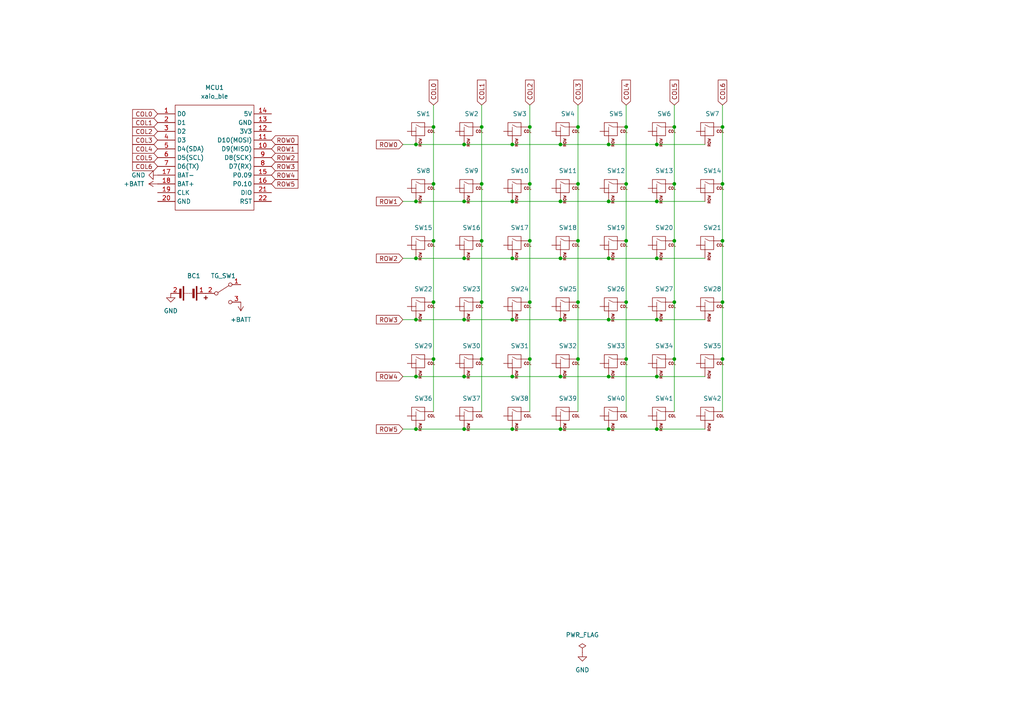
<source format=kicad_sch>
(kicad_sch (version 20211123) (generator eeschema)
  (paper "A4")
  (lib_symbols
    (symbol "Switch_1"
      (property "Reference" "SW" (at 0 3.81 0))
      (symbol "Switch_1_0_0"
        (rectangle (start -2.54 2.54) (end 1.27 -1.27))
        (polyline (pts (xy -1.27 -1.27) (xy -1.27 1.27)) (stroke (width 0.127)))
        (polyline (pts (xy 1.27 1.27) (xy 0 1.27) (xy -1.27 1.905)) (stroke (width 0.127)))
        (text "COL" (at 3.175 0 0) (effects (font (size 0.762 0.762))))
        (text "ROW" (at 0 -1.905 900) (effects (font (size 0.762 0.762)) (justify right)))
      )
      (symbol "Switch_1_1_1"
        (pin passive line (at 3.81 1.27 180) (length 2.54) (name "COL") (number "1"))
        (pin passive line (at -1.27 -3.81 90) (length 2.54) (name "ROW") (number "2"))
        (pin passive line (at -3.81 0 0) (length 2.54) (name "") (number "3"))
      )
    )
    (symbol "Switch_10"
      (property "Reference" "SW" (at 0 3.81 0))
      (symbol "Switch_10_0_0"
        (rectangle (start -2.54 2.54) (end 1.27 -1.27))
        (polyline (pts (xy -1.27 -1.27) (xy -1.27 1.27)) (stroke (width 0.127)))
        (polyline (pts (xy 1.27 1.27) (xy 0 1.27) (xy -1.27 1.905)) (stroke (width 0.127)))
        (text "COL" (at 3.175 0 0) (effects (font (size 0.762 0.762))))
        (text "ROW" (at 0 -1.905 900) (effects (font (size 0.762 0.762)) (justify right)))
      )
      (symbol "Switch_10_1_1"
        (pin passive line (at 3.81 1.27 180) (length 2.54) (name "COL") (number "1"))
        (pin passive line (at -1.27 -3.81 90) (length 2.54) (name "ROW") (number "2"))
        (pin passive line (at -3.81 0 0) (length 2.54) (name "") (number "3"))
      )
    )
    (symbol "Switch_11"
      (property "Reference" "SW" (at 0 3.81 0))
      (symbol "Switch_11_0_0"
        (rectangle (start -2.54 2.54) (end 1.27 -1.27))
        (polyline (pts (xy -1.27 -1.27) (xy -1.27 1.27)) (stroke (width 0.127)))
        (polyline (pts (xy 1.27 1.27) (xy 0 1.27) (xy -1.27 1.905)) (stroke (width 0.127)))
        (text "COL" (at 3.175 0 0) (effects (font (size 0.762 0.762))))
        (text "ROW" (at 0 -1.905 900) (effects (font (size 0.762 0.762)) (justify right)))
      )
      (symbol "Switch_11_1_1"
        (pin passive line (at 3.81 1.27 180) (length 2.54) (name "COL") (number "1"))
        (pin passive line (at -1.27 -3.81 90) (length 2.54) (name "ROW") (number "2"))
        (pin passive line (at -3.81 0 0) (length 2.54) (name "") (number "3"))
      )
    )
    (symbol "Switch_12"
      (property "Reference" "SW" (at 0 3.81 0))
      (symbol "Switch_12_0_0"
        (rectangle (start -2.54 2.54) (end 1.27 -1.27))
        (polyline (pts (xy -1.27 -1.27) (xy -1.27 1.27)) (stroke (width 0.127)))
        (polyline (pts (xy 1.27 1.27) (xy 0 1.27) (xy -1.27 1.905)) (stroke (width 0.127)))
        (text "COL" (at 3.175 0 0) (effects (font (size 0.762 0.762))))
        (text "ROW" (at 0 -1.905 900) (effects (font (size 0.762 0.762)) (justify right)))
      )
      (symbol "Switch_12_1_1"
        (pin passive line (at 3.81 1.27 180) (length 2.54) (name "COL") (number "1"))
        (pin passive line (at -1.27 -3.81 90) (length 2.54) (name "ROW") (number "2"))
        (pin passive line (at -3.81 0 0) (length 2.54) (name "") (number "3"))
      )
    )
    (symbol "Switch_13"
      (property "Reference" "SW" (at 0 3.81 0))
      (symbol "Switch_13_0_0"
        (rectangle (start -2.54 2.54) (end 1.27 -1.27))
        (polyline (pts (xy -1.27 -1.27) (xy -1.27 1.27)) (stroke (width 0.127)))
        (polyline (pts (xy 1.27 1.27) (xy 0 1.27) (xy -1.27 1.905)) (stroke (width 0.127)))
        (text "COL" (at 3.175 0 0) (effects (font (size 0.762 0.762))))
        (text "ROW" (at 0 -1.905 900) (effects (font (size 0.762 0.762)) (justify right)))
      )
      (symbol "Switch_13_1_1"
        (pin passive line (at 3.81 1.27 180) (length 2.54) (name "COL") (number "1"))
        (pin passive line (at -1.27 -3.81 90) (length 2.54) (name "ROW") (number "2"))
        (pin passive line (at -3.81 0 0) (length 2.54) (name "") (number "3"))
      )
    )
    (symbol "Switch_14"
      (property "Reference" "SW" (at 0 3.81 0))
      (symbol "Switch_14_0_0"
        (rectangle (start -2.54 2.54) (end 1.27 -1.27))
        (polyline (pts (xy -1.27 -1.27) (xy -1.27 1.27)) (stroke (width 0.127)))
        (polyline (pts (xy 1.27 1.27) (xy 0 1.27) (xy -1.27 1.905)) (stroke (width 0.127)))
        (text "COL" (at 3.175 0 0) (effects (font (size 0.762 0.762))))
        (text "ROW" (at 0 -1.905 900) (effects (font (size 0.762 0.762)) (justify right)))
      )
      (symbol "Switch_14_1_1"
        (pin passive line (at 3.81 1.27 180) (length 2.54) (name "COL") (number "1"))
        (pin passive line (at -1.27 -3.81 90) (length 2.54) (name "ROW") (number "2"))
        (pin passive line (at -3.81 0 0) (length 2.54) (name "") (number "3"))
      )
    )
    (symbol "Switch_15"
      (property "Reference" "SW" (at 0 3.81 0))
      (symbol "Switch_15_0_0"
        (rectangle (start -2.54 2.54) (end 1.27 -1.27))
        (polyline (pts (xy -1.27 -1.27) (xy -1.27 1.27)) (stroke (width 0.127)))
        (polyline (pts (xy 1.27 1.27) (xy 0 1.27) (xy -1.27 1.905)) (stroke (width 0.127)))
        (text "COL" (at 3.175 0 0) (effects (font (size 0.762 0.762))))
        (text "ROW" (at 0 -1.905 900) (effects (font (size 0.762 0.762)) (justify right)))
      )
      (symbol "Switch_15_1_1"
        (pin passive line (at 3.81 1.27 180) (length 2.54) (name "COL") (number "1"))
        (pin passive line (at -1.27 -3.81 90) (length 2.54) (name "ROW") (number "2"))
        (pin passive line (at -3.81 0 0) (length 2.54) (name "") (number "3"))
      )
    )
    (symbol "Switch_16"
      (property "Reference" "SW" (at 0 3.81 0))
      (symbol "Switch_16_0_0"
        (rectangle (start -2.54 2.54) (end 1.27 -1.27))
        (polyline (pts (xy -1.27 -1.27) (xy -1.27 1.27)) (stroke (width 0.127)))
        (polyline (pts (xy 1.27 1.27) (xy 0 1.27) (xy -1.27 1.905)) (stroke (width 0.127)))
        (text "COL" (at 3.175 0 0) (effects (font (size 0.762 0.762))))
        (text "ROW" (at 0 -1.905 900) (effects (font (size 0.762 0.762)) (justify right)))
      )
      (symbol "Switch_16_1_1"
        (pin passive line (at 3.81 1.27 180) (length 2.54) (name "COL") (number "1"))
        (pin passive line (at -1.27 -3.81 90) (length 2.54) (name "ROW") (number "2"))
        (pin passive line (at -3.81 0 0) (length 2.54) (name "") (number "3"))
      )
    )
    (symbol "Switch_17"
      (property "Reference" "SW" (at 0 3.81 0))
      (symbol "Switch_17_0_0"
        (rectangle (start -2.54 2.54) (end 1.27 -1.27))
        (polyline (pts (xy -1.27 -1.27) (xy -1.27 1.27)) (stroke (width 0.127)))
        (polyline (pts (xy 1.27 1.27) (xy 0 1.27) (xy -1.27 1.905)) (stroke (width 0.127)))
        (text "COL" (at 3.175 0 0) (effects (font (size 0.762 0.762))))
        (text "ROW" (at 0 -1.905 900) (effects (font (size 0.762 0.762)) (justify right)))
      )
      (symbol "Switch_17_1_1"
        (pin passive line (at 3.81 1.27 180) (length 2.54) (name "COL") (number "1"))
        (pin passive line (at -1.27 -3.81 90) (length 2.54) (name "ROW") (number "2"))
        (pin passive line (at -3.81 0 0) (length 2.54) (name "") (number "3"))
      )
    )
    (symbol "Switch_18"
      (property "Reference" "SW" (at 0 3.81 0))
      (symbol "Switch_18_0_0"
        (rectangle (start -2.54 2.54) (end 1.27 -1.27))
        (polyline (pts (xy -1.27 -1.27) (xy -1.27 1.27)) (stroke (width 0.127)))
        (polyline (pts (xy 1.27 1.27) (xy 0 1.27) (xy -1.27 1.905)) (stroke (width 0.127)))
        (text "COL" (at 3.175 0 0) (effects (font (size 0.762 0.762))))
        (text "ROW" (at 0 -1.905 900) (effects (font (size 0.762 0.762)) (justify right)))
      )
      (symbol "Switch_18_1_1"
        (pin passive line (at 3.81 1.27 180) (length 2.54) (name "COL") (number "1"))
        (pin passive line (at -1.27 -3.81 90) (length 2.54) (name "ROW") (number "2"))
        (pin passive line (at -3.81 0 0) (length 2.54) (name "") (number "3"))
      )
    )
    (symbol "Switch_19"
      (property "Reference" "SW" (at 0 3.81 0))
      (symbol "Switch_19_0_0"
        (rectangle (start -2.54 2.54) (end 1.27 -1.27))
        (polyline (pts (xy -1.27 -1.27) (xy -1.27 1.27)) (stroke (width 0.127)))
        (polyline (pts (xy 1.27 1.27) (xy 0 1.27) (xy -1.27 1.905)) (stroke (width 0.127)))
        (text "COL" (at 3.175 0 0) (effects (font (size 0.762 0.762))))
        (text "ROW" (at 0 -1.905 900) (effects (font (size 0.762 0.762)) (justify right)))
      )
      (symbol "Switch_19_1_1"
        (pin passive line (at 3.81 1.27 180) (length 2.54) (name "COL") (number "1"))
        (pin passive line (at -1.27 -3.81 90) (length 2.54) (name "ROW") (number "2"))
        (pin passive line (at -3.81 0 0) (length 2.54) (name "") (number "3"))
      )
    )
    (symbol "Switch_2"
      (property "Reference" "SW" (at 0 3.81 0))
      (symbol "Switch_2_0_0"
        (rectangle (start -2.54 2.54) (end 1.27 -1.27))
        (polyline (pts (xy -1.27 -1.27) (xy -1.27 1.27)) (stroke (width 0.127)))
        (polyline (pts (xy 1.27 1.27) (xy 0 1.27) (xy -1.27 1.905)) (stroke (width 0.127)))
        (text "COL" (at 3.175 0 0) (effects (font (size 0.762 0.762))))
        (text "ROW" (at 0 -1.905 900) (effects (font (size 0.762 0.762)) (justify right)))
      )
      (symbol "Switch_2_1_1"
        (pin passive line (at 3.81 1.27 180) (length 2.54) (name "COL") (number "1"))
        (pin passive line (at -1.27 -3.81 90) (length 2.54) (name "ROW") (number "2"))
        (pin passive line (at -3.81 0 0) (length 2.54) (name "") (number "3"))
      )
    )
    (symbol "Switch_20"
      (property "Reference" "SW" (at 0 3.81 0))
      (symbol "Switch_20_0_0"
        (rectangle (start -2.54 2.54) (end 1.27 -1.27))
        (polyline (pts (xy -1.27 -1.27) (xy -1.27 1.27)) (stroke (width 0.127)))
        (polyline (pts (xy 1.27 1.27) (xy 0 1.27) (xy -1.27 1.905)) (stroke (width 0.127)))
        (text "COL" (at 3.175 0 0) (effects (font (size 0.762 0.762))))
        (text "ROW" (at 0 -1.905 900) (effects (font (size 0.762 0.762)) (justify right)))
      )
      (symbol "Switch_20_1_1"
        (pin passive line (at 3.81 1.27 180) (length 2.54) (name "COL") (number "1"))
        (pin passive line (at -1.27 -3.81 90) (length 2.54) (name "ROW") (number "2"))
        (pin passive line (at -3.81 0 0) (length 2.54) (name "") (number "3"))
      )
    )
    (symbol "Switch_21"
      (property "Reference" "SW" (at 0 3.81 0))
      (symbol "Switch_21_0_0"
        (rectangle (start -2.54 2.54) (end 1.27 -1.27))
        (polyline (pts (xy -1.27 -1.27) (xy -1.27 1.27)) (stroke (width 0.127)))
        (polyline (pts (xy 1.27 1.27) (xy 0 1.27) (xy -1.27 1.905)) (stroke (width 0.127)))
        (text "COL" (at 3.175 0 0) (effects (font (size 0.762 0.762))))
        (text "ROW" (at 0 -1.905 900) (effects (font (size 0.762 0.762)) (justify right)))
      )
      (symbol "Switch_21_1_1"
        (pin passive line (at 3.81 1.27 180) (length 2.54) (name "COL") (number "1"))
        (pin passive line (at -1.27 -3.81 90) (length 2.54) (name "ROW") (number "2"))
        (pin passive line (at -3.81 0 0) (length 2.54) (name "") (number "3"))
      )
    )
    (symbol "Switch_22"
      (property "Reference" "SW" (at 0 3.81 0))
      (symbol "Switch_22_0_0"
        (rectangle (start -2.54 2.54) (end 1.27 -1.27))
        (polyline (pts (xy -1.27 -1.27) (xy -1.27 1.27)) (stroke (width 0.127)))
        (polyline (pts (xy 1.27 1.27) (xy 0 1.27) (xy -1.27 1.905)) (stroke (width 0.127)))
        (text "COL" (at 3.175 0 0) (effects (font (size 0.762 0.762))))
        (text "ROW" (at 0 -1.905 900) (effects (font (size 0.762 0.762)) (justify right)))
      )
      (symbol "Switch_22_1_1"
        (pin passive line (at 3.81 1.27 180) (length 2.54) (name "COL") (number "1"))
        (pin passive line (at -1.27 -3.81 90) (length 2.54) (name "ROW") (number "2"))
        (pin passive line (at -3.81 0 0) (length 2.54) (name "") (number "3"))
      )
    )
    (symbol "Switch_23"
      (property "Reference" "SW" (at 0 3.81 0))
      (symbol "Switch_23_0_0"
        (rectangle (start -2.54 2.54) (end 1.27 -1.27))
        (polyline (pts (xy -1.27 -1.27) (xy -1.27 1.27)) (stroke (width 0.127)))
        (polyline (pts (xy 1.27 1.27) (xy 0 1.27) (xy -1.27 1.905)) (stroke (width 0.127)))
        (text "COL" (at 3.175 0 0) (effects (font (size 0.762 0.762))))
        (text "ROW" (at 0 -1.905 900) (effects (font (size 0.762 0.762)) (justify right)))
      )
      (symbol "Switch_23_1_1"
        (pin passive line (at 3.81 1.27 180) (length 2.54) (name "COL") (number "1"))
        (pin passive line (at -1.27 -3.81 90) (length 2.54) (name "ROW") (number "2"))
        (pin passive line (at -3.81 0 0) (length 2.54) (name "") (number "3"))
      )
    )
    (symbol "Switch_24"
      (property "Reference" "SW" (at 0 3.81 0))
      (symbol "Switch_24_0_0"
        (rectangle (start -2.54 2.54) (end 1.27 -1.27))
        (polyline (pts (xy -1.27 -1.27) (xy -1.27 1.27)) (stroke (width 0.127)))
        (polyline (pts (xy 1.27 1.27) (xy 0 1.27) (xy -1.27 1.905)) (stroke (width 0.127)))
        (text "COL" (at 3.175 0 0) (effects (font (size 0.762 0.762))))
        (text "ROW" (at 0 -1.905 900) (effects (font (size 0.762 0.762)) (justify right)))
      )
      (symbol "Switch_24_1_1"
        (pin passive line (at 3.81 1.27 180) (length 2.54) (name "COL") (number "1"))
        (pin passive line (at -1.27 -3.81 90) (length 2.54) (name "ROW") (number "2"))
        (pin passive line (at -3.81 0 0) (length 2.54) (name "") (number "3"))
      )
    )
    (symbol "Switch_26"
      (property "Reference" "SW" (at 0 3.81 0))
      (symbol "Switch_26_0_0"
        (rectangle (start -2.54 2.54) (end 1.27 -1.27))
        (polyline (pts (xy -1.27 -1.27) (xy -1.27 1.27)) (stroke (width 0.127)))
        (polyline (pts (xy 1.27 1.27) (xy 0 1.27) (xy -1.27 1.905)) (stroke (width 0.127)))
        (text "COL" (at 3.175 0 0) (effects (font (size 0.762 0.762))))
        (text "ROW" (at 0 -1.905 900) (effects (font (size 0.762 0.762)) (justify right)))
      )
      (symbol "Switch_26_1_1"
        (pin passive line (at 3.81 1.27 180) (length 2.54) (name "COL") (number "1"))
        (pin passive line (at -1.27 -3.81 90) (length 2.54) (name "ROW") (number "2"))
        (pin passive line (at -3.81 0 0) (length 2.54) (name "") (number "3"))
      )
    )
    (symbol "Switch_27"
      (property "Reference" "SW" (at 0 3.81 0))
      (symbol "Switch_27_0_0"
        (rectangle (start -2.54 2.54) (end 1.27 -1.27))
        (polyline (pts (xy -1.27 -1.27) (xy -1.27 1.27)) (stroke (width 0.127)))
        (polyline (pts (xy 1.27 1.27) (xy 0 1.27) (xy -1.27 1.905)) (stroke (width 0.127)))
        (text "COL" (at 3.175 0 0) (effects (font (size 0.762 0.762))))
        (text "ROW" (at 0 -1.905 900) (effects (font (size 0.762 0.762)) (justify right)))
      )
      (symbol "Switch_27_1_1"
        (pin passive line (at 3.81 1.27 180) (length 2.54) (name "COL") (number "1"))
        (pin passive line (at -1.27 -3.81 90) (length 2.54) (name "ROW") (number "2"))
        (pin passive line (at -3.81 0 0) (length 2.54) (name "") (number "3"))
      )
    )
    (symbol "Switch_28"
      (property "Reference" "SW" (at 0 3.81 0))
      (symbol "Switch_28_0_0"
        (rectangle (start -2.54 2.54) (end 1.27 -1.27))
        (polyline (pts (xy -1.27 -1.27) (xy -1.27 1.27)) (stroke (width 0.127)))
        (polyline (pts (xy 1.27 1.27) (xy 0 1.27) (xy -1.27 1.905)) (stroke (width 0.127)))
        (text "COL" (at 3.175 0 0) (effects (font (size 0.762 0.762))))
        (text "ROW" (at 0 -1.905 900) (effects (font (size 0.762 0.762)) (justify right)))
      )
      (symbol "Switch_28_1_1"
        (pin passive line (at 3.81 1.27 180) (length 2.54) (name "COL") (number "1"))
        (pin passive line (at -1.27 -3.81 90) (length 2.54) (name "ROW") (number "2"))
        (pin passive line (at -3.81 0 0) (length 2.54) (name "") (number "3"))
      )
    )
    (symbol "Switch_3"
      (property "Reference" "SW" (at 0 3.81 0))
      (symbol "Switch_3_0_0"
        (rectangle (start -2.54 2.54) (end 1.27 -1.27))
        (polyline (pts (xy -1.27 -1.27) (xy -1.27 1.27)) (stroke (width 0.127)))
        (polyline (pts (xy 1.27 1.27) (xy 0 1.27) (xy -1.27 1.905)) (stroke (width 0.127)))
        (text "COL" (at 3.175 0 0) (effects (font (size 0.762 0.762))))
        (text "ROW" (at 0 -1.905 900) (effects (font (size 0.762 0.762)) (justify right)))
      )
      (symbol "Switch_3_1_1"
        (pin passive line (at 3.81 1.27 180) (length 2.54) (name "COL") (number "1"))
        (pin passive line (at -1.27 -3.81 90) (length 2.54) (name "ROW") (number "2"))
        (pin passive line (at -3.81 0 0) (length 2.54) (name "") (number "3"))
      )
    )
    (symbol "Switch_6"
      (property "Reference" "SW" (at 0 3.81 0))
      (symbol "Switch_6_0_0"
        (rectangle (start -2.54 2.54) (end 1.27 -1.27))
        (polyline (pts (xy -1.27 -1.27) (xy -1.27 1.27)) (stroke (width 0.127)))
        (polyline (pts (xy 1.27 1.27) (xy 0 1.27) (xy -1.27 1.905)) (stroke (width 0.127)))
        (text "COL" (at 3.175 0 0) (effects (font (size 0.762 0.762))))
        (text "ROW" (at 0 -1.905 900) (effects (font (size 0.762 0.762)) (justify right)))
      )
      (symbol "Switch_6_1_1"
        (pin passive line (at 3.81 1.27 180) (length 2.54) (name "COL") (number "1"))
        (pin passive line (at -1.27 -3.81 90) (length 2.54) (name "ROW") (number "2"))
        (pin passive line (at -3.81 0 0) (length 2.54) (name "") (number "3"))
      )
    )
    (symbol "Switch_7"
      (property "Reference" "SW" (at 0 3.81 0))
      (symbol "Switch_7_0_0"
        (rectangle (start -2.54 2.54) (end 1.27 -1.27))
        (polyline (pts (xy -1.27 -1.27) (xy -1.27 1.27)) (stroke (width 0.127)))
        (polyline (pts (xy 1.27 1.27) (xy 0 1.27) (xy -1.27 1.905)) (stroke (width 0.127)))
        (text "COL" (at 3.175 0 0) (effects (font (size 0.762 0.762))))
        (text "ROW" (at 0 -1.905 900) (effects (font (size 0.762 0.762)) (justify right)))
      )
      (symbol "Switch_7_1_1"
        (pin passive line (at 3.81 1.27 180) (length 2.54) (name "COL") (number "1"))
        (pin passive line (at -1.27 -3.81 90) (length 2.54) (name "ROW") (number "2"))
        (pin passive line (at -3.81 0 0) (length 2.54) (name "") (number "3"))
      )
    )
    (symbol "Switch_8"
      (property "Reference" "SW" (at 0 3.81 0))
      (symbol "Switch_8_0_0"
        (rectangle (start -2.54 2.54) (end 1.27 -1.27))
        (polyline (pts (xy -1.27 -1.27) (xy -1.27 1.27)) (stroke (width 0.127)))
        (polyline (pts (xy 1.27 1.27) (xy 0 1.27) (xy -1.27 1.905)) (stroke (width 0.127)))
        (text "COL" (at 3.175 0 0) (effects (font (size 0.762 0.762))))
        (text "ROW" (at 0 -1.905 900) (effects (font (size 0.762 0.762)) (justify right)))
      )
      (symbol "Switch_8_1_1"
        (pin passive line (at 3.81 1.27 180) (length 2.54) (name "COL") (number "1"))
        (pin passive line (at -1.27 -3.81 90) (length 2.54) (name "ROW") (number "2"))
        (pin passive line (at -3.81 0 0) (length 2.54) (name "") (number "3"))
      )
    )
    (symbol "Switch_9"
      (property "Reference" "SW" (at 0 3.81 0))
      (symbol "Switch_9_0_0"
        (rectangle (start -2.54 2.54) (end 1.27 -1.27))
        (polyline (pts (xy -1.27 -1.27) (xy -1.27 1.27)) (stroke (width 0.127)))
        (polyline (pts (xy 1.27 1.27) (xy 0 1.27) (xy -1.27 1.905)) (stroke (width 0.127)))
        (text "COL" (at 3.175 0 0) (effects (font (size 0.762 0.762))))
        (text "ROW" (at 0 -1.905 900) (effects (font (size 0.762 0.762)) (justify right)))
      )
      (symbol "Switch_9_1_1"
        (pin passive line (at 3.81 1.27 180) (length 2.54) (name "COL") (number "1"))
        (pin passive line (at -1.27 -3.81 90) (length 2.54) (name "ROW") (number "2"))
        (pin passive line (at -3.81 0 0) (length 2.54) (name "") (number "3"))
      )
    )
    (symbol "dokkaebi:Battery_Connector"
      (property "Reference" "BC" (at 0 3.81 0))
      (symbol "Battery_Connector_0_1"
        (rectangle (start -2.54 -2.032) (end -2.286 2.032) (fill (type outline)))
        (rectangle (start -1.778 -1.27) (end -1.27 1.3208) (fill (type outline)))
        (polyline (pts (xy -5.588 1.27) (xy -4.572 1.27)) (stroke (width 0.254)))
        (polyline (pts (xy -5.08 0.762) (xy -5.08 1.778)) (stroke (width 0.254)))
        (polyline (pts (xy -0.762 0) (xy -1.016 0)))
        (polyline (pts (xy -0.254 0) (xy -0.508 0)))
        (polyline (pts (xy 0.254 0) (xy 0 0)))
        (polyline (pts (xy 0.762 0) (xy 0.508 0)))
        (polyline (pts (xy 1.27 0) (xy 1.016 0)))
        (rectangle (start 1.27 -2.032) (end 1.524 2.032) (fill (type outline)))
        (rectangle (start 2.032 -1.27) (end 2.54 1.3208) (fill (type outline)))
      )
      (symbol "Battery_Connector_1_1"
        (pin passive line (at -5.08 0 0) (length 2.54) (name "") (number "1"))
        (pin passive line (at 5.08 0 180) (length 2.54) (name "") (number "2"))
      )
    )
    (symbol "dokkaebi:Switch"
      (property "Reference" "SW" (at 0 3.81 0))
      (symbol "Switch_0_0"
        (rectangle (start -2.54 2.54) (end 1.27 -1.27))
        (polyline (pts (xy -1.27 -1.27) (xy -1.27 1.27)) (stroke (width 0.127)))
        (polyline (pts (xy 1.27 1.27) (xy 0 1.27) (xy -1.27 1.905)) (stroke (width 0.127)))
        (text "COL" (at 3.175 0 0) (effects (font (size 0.762 0.762))))
        (text "ROW" (at 0 -1.905 900) (effects (font (size 0.762 0.762)) (justify right)))
      )
      (symbol "Switch_1_1"
        (pin passive line (at 3.81 1.27 180) (length 2.54) (name "COL") (number "1"))
        (pin passive line (at -1.27 -3.81 90) (length 2.54) (name "ROW") (number "2"))
        (pin passive line (at -3.81 0 0) (length 2.54) (name "") (number "3"))
      )
    )
    (symbol "dokkaebi:Toggle_Switch"
      (property "Reference" "TG_SW" (at 0 5.08 0))
      (symbol "Toggle_Switch_0_0"
        (circle (center -2.032 0) (radius 0.508))
        (circle (center 2.032 -2.54) (radius 0.508))
      )
      (symbol "Toggle_Switch_0_1"
        (polyline (pts (xy -1.524 0.254) (xy 1.651 2.286)))
        (circle (center 2.032 2.54) (radius 0.508))
      )
      (symbol "Toggle_Switch_1_1"
        (pin passive line (at 5.08 2.54 180) (length 2.54) (name "") (number "1"))
        (pin passive line (at -5.08 0 0) (length 2.54) (name "") (number "2"))
        (pin passive line (at 5.08 -2.54 180) (length 2.54) (name "") (number "3"))
      )
    )
    (symbol "dokkaebi:xaio_ble"
      (property "Reference" "MCU" (at 0 17.78 0))
      (property "Value" "xaio_ble" (at 0 20.32 0))
      (symbol "xaio_ble_0_1"
        (rectangle (start -11.43 16.51) (end 11.43 -13.97))
      )
      (symbol "xaio_ble_1_1"
        (pin input line (at -16.51 13.97 0) (length 5.08) (name "D0") (number "1"))
        (pin input line (at 16.51 3.81 180) (length 5.08) (name "D9(MISO)") (number "10"))
        (pin input line (at 16.51 6.35 180) (length 5.08) (name "D10(MOSI)") (number "11"))
        (pin input line (at 16.51 8.89 180) (length 5.08) (name "3V3") (number "12"))
        (pin input line (at 16.51 11.43 180) (length 5.08) (name "GND") (number "13"))
        (pin input line (at 16.51 13.97 180) (length 5.08) (name "5V") (number "14"))
        (pin input line (at 16.51 -3.81 180) (length 5.08) (name "P0.09") (number "15"))
        (pin input line (at 16.51 -6.35 180) (length 5.08) (name "P0.10") (number "16"))
        (pin input line (at -16.51 -3.81 0) (length 5.08) (name "BAT-") (number "17"))
        (pin input line (at -16.51 -6.35 0) (length 5.08) (name "BAT+") (number "18"))
        (pin input line (at -16.51 -8.89 0) (length 5.08) (name "CLK") (number "19"))
        (pin input line (at -16.51 11.43 0) (length 5.08) (name "D1") (number "2"))
        (pin input line (at -16.51 -11.43 0) (length 5.08) (name "GND") (number "20"))
        (pin input line (at 16.51 -8.89 180) (length 5.08) (name "DIO") (number "21"))
        (pin input line (at 16.51 -11.43 180) (length 5.08) (name "RST") (number "22"))
        (pin input line (at -16.51 8.89 0) (length 5.08) (name "D2") (number "3"))
        (pin input line (at -16.51 6.35 0) (length 5.08) (name "D3") (number "4"))
        (pin input line (at -16.51 3.81 0) (length 5.08) (name "D4(SDA)") (number "5"))
        (pin input line (at -16.51 1.27 0) (length 5.08) (name "D5(SCL)") (number "6"))
        (pin input line (at -16.51 -1.27 0) (length 5.08) (name "D6(TX)") (number "7"))
        (pin input line (at 16.51 -1.27 180) (length 5.08) (name "D7(RX)") (number "8"))
        (pin input line (at 16.51 1.27 180) (length 5.08) (name "D8(SCK)") (number "9"))
      )
    )
    (symbol "power:+BATT" (power) (pin_names (offset 0))
      (property "Value" "+BATT" (at 0 3.556 0))
      (symbol "+BATT_0_1"
        (polyline (pts (xy -0.762 1.27) (xy 0 2.54)))
        (polyline (pts (xy 0 0) (xy 0 2.54)))
        (polyline (pts (xy 0 2.54) (xy 0.762 1.27)))
      )
      (symbol "+BATT_1_1"
        (pin power_in line (at 0 0 90) (length 0) hide (name "+BATT") (number "1"))
      )
    )
    (symbol "power:GND" (power) (pin_names (offset 0))
      (property "Value" "GND" (at 0 -3.81 0))
      (symbol "GND_0_1"
        (polyline (pts (xy 0 0) (xy 0 -1.27) (xy 1.27 -1.27) (xy 0 -2.54) (xy -1.27 -1.27) (xy 0 -1.27)))
      )
      (symbol "GND_1_1"
        (pin power_in line (at 0 0 270) (length 0) hide (name "GND") (number "1"))
      )
    )
    (symbol "power:PWR_FLAG" (power) (pin_numbers hide) (pin_names (offset 0) hide)
      (property "Value" "PWR_FLAG" (at 0 3.81 0))
      (symbol "PWR_FLAG_0_0"
        (pin power_out line (at 0 0 90) (length 0) (name "pwr") (number "1"))
      )
      (symbol "PWR_FLAG_0_1"
        (polyline (pts (xy 0 0) (xy 0 1.27) (xy -1.016 1.905) (xy 0 2.54) (xy 1.016 1.905) (xy 0 1.27)))
      )
    )
  )
  (junction (at 148.59 124.46))
  (junction (at 120.65 74.93))
  (junction (at 190.5 41.91))
  (junction (at 190.5 92.71))
  (junction (at 162.56 109.22))
  (junction (at 125.73 53.34))
  (junction (at 134.62 109.22))
  (junction (at 139.7 104.14))
  (junction (at 153.67 53.34))
  (junction (at 120.65 41.91))
  (junction (at 209.55 104.14))
  (junction (at 209.55 53.34))
  (junction (at 195.58 69.85))
  (junction (at 181.61 69.85))
  (junction (at 134.62 92.71))
  (junction (at 181.61 87.63))
  (junction (at 162.56 74.93))
  (junction (at 134.62 124.46))
  (junction (at 125.73 87.63))
  (junction (at 176.53 41.91))
  (junction (at 139.7 87.63))
  (junction (at 209.55 69.85))
  (junction (at 176.53 109.22))
  (junction (at 190.5 58.42))
  (junction (at 195.58 36.83))
  (junction (at 120.65 109.22))
  (junction (at 209.55 36.83))
  (junction (at 162.56 124.46))
  (junction (at 190.5 109.22))
  (junction (at 120.65 124.46))
  (junction (at 176.53 92.71))
  (junction (at 120.65 58.42))
  (junction (at 167.64 104.14))
  (junction (at 167.64 69.85))
  (junction (at 181.61 104.14))
  (junction (at 125.73 104.14))
  (junction (at 139.7 69.85))
  (junction (at 195.58 87.63))
  (junction (at 120.65 92.71))
  (junction (at 148.59 92.71))
  (junction (at 181.61 36.83))
  (junction (at 125.73 69.85))
  (junction (at 153.67 69.85))
  (junction (at 153.67 104.14))
  (junction (at 125.73 36.83))
  (junction (at 148.59 58.42))
  (junction (at 167.64 87.63))
  (junction (at 195.58 104.14))
  (junction (at 153.67 87.63))
  (junction (at 176.53 74.93))
  (junction (at 167.64 53.34))
  (junction (at 195.58 53.34))
  (junction (at 162.56 41.91))
  (junction (at 153.67 36.83))
  (junction (at 209.55 87.63))
  (junction (at 190.5 74.93))
  (junction (at 167.64 36.83))
  (junction (at 181.61 53.34))
  (junction (at 176.53 124.46))
  (junction (at 148.59 74.93))
  (junction (at 190.5 124.46))
  (junction (at 162.56 92.71))
  (junction (at 134.62 74.93))
  (junction (at 134.62 41.91))
  (junction (at 148.59 41.91))
  (junction (at 139.7 53.34))
  (junction (at 139.7 36.83))
  (junction (at 134.62 58.42))
  (junction (at 162.56 58.42))
  (junction (at 148.59 109.22))
  (junction (at 176.53 58.42))
  (wire (pts (xy 153.67 69.85) (xy 153.67 87.63)))
  (wire (pts (xy 139.7 53.34) (xy 139.7 69.85)))
  (wire (pts (xy 162.56 92.71) (xy 176.53 92.71)))
  (wire (pts (xy 153.67 104.14) (xy 153.67 119.38)))
  (wire (pts (xy 148.59 41.91) (xy 162.56 41.91)))
  (wire (pts (xy 120.65 124.46) (xy 134.62 124.46)))
  (wire (pts (xy 181.61 69.85) (xy 181.61 87.63)))
  (wire (pts (xy 125.73 69.85) (xy 125.73 87.63)))
  (wire (pts (xy 209.55 53.34) (xy 209.55 36.83)))
  (wire (pts (xy 167.64 36.83) (xy 167.64 53.34)))
  (wire (pts (xy 209.55 69.85) (xy 209.55 53.34)))
  (wire (pts (xy 190.5 74.93) (xy 176.53 74.93)))
  (wire (pts (xy 167.64 53.34) (xy 167.64 69.85)))
  (wire (pts (xy 139.7 30.48) (xy 139.7 36.83)))
  (wire (pts (xy 125.73 36.83) (xy 125.73 53.34)))
  (wire (pts (xy 134.62 74.93) (xy 148.59 74.93)))
  (wire (pts (xy 181.61 53.34) (xy 181.61 69.85)))
  (wire (pts (xy 204.47 124.46) (xy 190.5 124.46)))
  (wire (pts (xy 204.47 109.22) (xy 190.5 109.22)))
  (wire (pts (xy 195.58 53.34) (xy 195.58 69.85)))
  (wire (pts (xy 162.56 109.22) (xy 176.53 109.22)))
  (wire (pts (xy 167.64 104.14) (xy 167.64 119.38)))
  (wire (pts (xy 181.61 30.48) (xy 181.61 36.83)))
  (wire (pts (xy 176.53 58.42) (xy 190.5 58.42)))
  (wire (pts (xy 125.73 104.14) (xy 125.73 119.38)))
  (wire (pts (xy 167.64 30.48) (xy 167.64 36.83)))
  (wire (pts (xy 204.47 92.71) (xy 190.5 92.71)))
  (wire (pts (xy 139.7 104.14) (xy 139.7 119.38)))
  (wire (pts (xy 116.84 124.46) (xy 120.65 124.46)))
  (wire (pts (xy 162.56 124.46) (xy 176.53 124.46)))
  (wire (pts (xy 176.53 41.91) (xy 190.5 41.91)))
  (wire (pts (xy 181.61 36.83) (xy 181.61 53.34)))
  (wire (pts (xy 181.61 87.63) (xy 181.61 104.14)))
  (wire (pts (xy 120.65 92.71) (xy 134.62 92.71)))
  (wire (pts (xy 116.84 58.42) (xy 120.65 58.42)))
  (wire (pts (xy 190.5 92.71) (xy 176.53 92.71)))
  (wire (pts (xy 148.59 124.46) (xy 162.56 124.46)))
  (wire (pts (xy 195.58 69.85) (xy 195.58 87.63)))
  (wire (pts (xy 134.62 58.42) (xy 148.59 58.42)))
  (wire (pts (xy 190.5 124.46) (xy 176.53 124.46)))
  (wire (pts (xy 190.5 109.22) (xy 176.53 109.22)))
  (wire (pts (xy 120.65 58.42) (xy 134.62 58.42)))
  (wire (pts (xy 148.59 74.93) (xy 162.56 74.93)))
  (wire (pts (xy 134.62 41.91) (xy 148.59 41.91)))
  (wire (pts (xy 195.58 87.63) (xy 195.58 104.14)))
  (wire (pts (xy 162.56 41.91) (xy 176.53 41.91)))
  (wire (pts (xy 162.56 58.42) (xy 176.53 58.42)))
  (wire (pts (xy 125.73 53.34) (xy 125.73 69.85)))
  (wire (pts (xy 139.7 36.83) (xy 139.7 53.34)))
  (wire (pts (xy 195.58 30.48) (xy 195.58 36.83)))
  (wire (pts (xy 153.67 30.48) (xy 153.67 36.83)))
  (wire (pts (xy 209.55 30.48) (xy 209.55 36.83)))
  (wire (pts (xy 116.84 109.22) (xy 120.65 109.22)))
  (wire (pts (xy 209.55 87.63) (xy 209.55 104.14)))
  (wire (pts (xy 167.64 69.85) (xy 167.64 87.63)))
  (wire (pts (xy 148.59 58.42) (xy 162.56 58.42)))
  (wire (pts (xy 139.7 104.14) (xy 139.7 87.63)))
  (wire (pts (xy 190.5 58.42) (xy 204.47 58.42)))
  (wire (pts (xy 125.73 30.48) (xy 125.73 36.83)))
  (wire (pts (xy 162.56 74.93) (xy 176.53 74.93)))
  (wire (pts (xy 195.58 104.14) (xy 195.58 119.38)))
  (wire (pts (xy 116.84 74.93) (xy 120.65 74.93)))
  (wire (pts (xy 148.59 92.71) (xy 162.56 92.71)))
  (wire (pts (xy 167.64 104.14) (xy 167.64 87.63)))
  (wire (pts (xy 153.67 53.34) (xy 153.67 69.85)))
  (wire (pts (xy 116.84 41.91) (xy 120.65 41.91)))
  (wire (pts (xy 190.5 41.91) (xy 204.47 41.91)))
  (wire (pts (xy 195.58 36.83) (xy 195.58 53.34)))
  (wire (pts (xy 120.65 74.93) (xy 134.62 74.93)))
  (wire (pts (xy 209.55 87.63) (xy 209.55 69.85)))
  (wire (pts (xy 134.62 92.71) (xy 148.59 92.71)))
  (wire (pts (xy 116.84 92.71) (xy 120.65 92.71)))
  (wire (pts (xy 181.61 104.14) (xy 181.61 119.38)))
  (wire (pts (xy 153.67 87.63) (xy 153.67 104.14)))
  (wire (pts (xy 120.65 109.22) (xy 134.62 109.22)))
  (wire (pts (xy 139.7 69.85) (xy 139.7 87.63)))
  (wire (pts (xy 134.62 124.46) (xy 148.59 124.46)))
  (wire (pts (xy 120.65 41.91) (xy 134.62 41.91)))
  (wire (pts (xy 134.62 109.22) (xy 148.59 109.22)))
  (wire (pts (xy 153.67 36.83) (xy 153.67 53.34)))
  (wire (pts (xy 148.59 109.22) (xy 162.56 109.22)))
  (wire (pts (xy 204.47 74.93) (xy 190.5 74.93)))
  (wire (pts (xy 125.73 87.63) (xy 125.73 104.14)))
  (wire (pts (xy 209.55 104.14) (xy 209.55 119.38)))
  (global_label "COL5" (shape input) (at 195.58 30.48 90) (property "Intersheet References" "${INTERSHEET_REFS}" (effects hide)))
  (global_label "ROW4" (shape input) (at 116.84 109.22 180) (property "Intersheet References" "${INTERSHEET_REFS}" (effects hide)))
  (global_label "COL1" (shape input) (at 139.7 30.48 90) (property "Intersheet References" "${INTERSHEET_REFS}" (effects hide)))
  (global_label "ROW5" (shape input) (at 116.84 124.46 180) (property "Intersheet References" "${INTERSHEET_REFS}" (effects hide)))
  (global_label "COL0" (shape input) (at 45.72 33.02 180) (property "Intersheet References" "${INTERSHEET_REFS}" (effects hide)))
  (global_label "COL2" (shape input) (at 153.67 30.48 90) (property "Intersheet References" "${INTERSHEET_REFS}" (effects hide)))
  (global_label "ROW0" (shape input) (at 78.74 40.64 0) (property "Intersheet References" "${INTERSHEET_REFS}" (effects hide)))
  (global_label "ROW1" (shape input) (at 116.84 58.42 180) (property "Intersheet References" "${INTERSHEET_REFS}" (effects hide)))
  (global_label "ROW3" (shape input) (at 116.84 92.71 180) (property "Intersheet References" "${INTERSHEET_REFS}" (effects hide)))
  (global_label "ROW4" (shape input) (at 78.74 50.8 0) (property "Intersheet References" "${INTERSHEET_REFS}" (effects hide)))
  (global_label "COL3" (shape input) (at 45.72 40.64 180) (property "Intersheet References" "${INTERSHEET_REFS}" (effects hide)))
  (global_label "ROW2" (shape input) (at 78.74 45.72 0) (property "Intersheet References" "${INTERSHEET_REFS}" (effects hide)))
  (global_label "ROW0" (shape input) (at 116.84 41.91 180) (property "Intersheet References" "${INTERSHEET_REFS}" (effects hide)))
  (global_label "COL5" (shape input) (at 45.72 45.72 180) (property "Intersheet References" "${INTERSHEET_REFS}" (effects hide)))
  (global_label "COL1" (shape input) (at 45.72 35.56 180) (property "Intersheet References" "${INTERSHEET_REFS}" (effects hide)))
  (global_label "COL4" (shape input) (at 181.61 30.48 90) (property "Intersheet References" "${INTERSHEET_REFS}" (effects hide)))
  (global_label "COL2" (shape input) (at 45.72 38.1 180) (property "Intersheet References" "${INTERSHEET_REFS}" (effects hide)))
  (global_label "ROW1" (shape input) (at 78.74 43.18 0) (property "Intersheet References" "${INTERSHEET_REFS}" (effects hide)))
  (global_label "ROW5" (shape input) (at 78.74 53.34 0) (property "Intersheet References" "${INTERSHEET_REFS}" (effects hide)))
  (global_label "COL3" (shape input) (at 167.64 30.48 90) (property "Intersheet References" "${INTERSHEET_REFS}" (effects hide)))
  (global_label "COL6" (shape input) (at 209.55 30.48 90) (property "Intersheet References" "${INTERSHEET_REFS}" (effects hide)))
  (global_label "COL0" (shape input) (at 125.73 30.48 90) (property "Intersheet References" "${INTERSHEET_REFS}" (effects hide)))
  (global_label "ROW3" (shape input) (at 78.74 48.26 0) (property "Intersheet References" "${INTERSHEET_REFS}" (effects hide)))
  (global_label "COL6" (shape input) (at 45.72 48.26 180) (property "Intersheet References" "${INTERSHEET_REFS}" (effects hide)))
  (global_label "COL4" (shape input) (at 45.72 43.18 180) (property "Intersheet References" "${INTERSHEET_REFS}" (effects hide)))
  (global_label "ROW2" (shape input) (at 116.84 74.93 180) (property "Intersheet References" "${INTERSHEET_REFS}" (effects hide)))
  (symbol (lib_name "Switch_16") (lib_id "dokkaebi:Switch") (at 163.83 38.1 0) (unit 1)
    (property "Reference" "SW4" (at 164.7156 33.02 0))
    (property "Value" "Switch" (effects hide))
    (property "Footprint" "footprints:MX-hotswap-diode-smd" (effects hide))
  )
  (symbol (lib_id "dokkaebi:Switch") (at 121.92 105.41 0) (unit 1)
    (property "Reference" "SW29" (at 122.8056 100.33 0))
    (property "Value" "Switch" (effects hide))
    (property "Footprint" "footprints:MX-hotswap-diode-smd" (effects hide))
  )
  (symbol (lib_name "Switch_21") (lib_id "dokkaebi:Switch") (at 163.83 105.41 0) (unit 1)
    (property "Reference" "SW32" (at 164.7156 100.33 0))
    (property "Value" "Switch" (effects hide))
    (property "Footprint" "footprints:MX-hotswap-diode-smd" (effects hide))
  )
  (symbol (lib_name "Switch_7") (lib_id "dokkaebi:Switch") (at 149.86 71.12 0) (unit 1)
    (property "Reference" "SW17" (at 150.7456 66.04 0))
    (property "Value" "Switch" (effects hide))
    (property "Footprint" "footprints:MX-hotswap-diode-smd" (effects hide))
  )
  (symbol (lib_id "power:GND") (at 45.72 50.8 270) (unit 1)
    (property "Reference" "#PWR01" (effects hide))
    (property "Value" "GND" (at 38.1 50.8 90) (effects (justify left)))
  )
  (symbol (lib_id "power:PWR_FLAG") (at 168.91 189.23 0) (unit 1)
    (property "Reference" "#FLG01" (effects hide))
    (property "Value" "PWR_FLAG" (at 168.91 184.15 0))
  )
  (symbol (lib_id "power:GND") (at 49.53 85.09 0) (unit 1)
    (property "Reference" "#PWR03" (effects hide))
    (property "Value" "GND" (at 49.53 90.17 0))
  )
  (symbol (lib_name "Switch_20") (lib_id "dokkaebi:Switch") (at 135.89 105.41 0) (unit 1)
    (property "Reference" "SW30" (at 136.7756 100.33 0))
    (property "Value" "Switch" (effects hide))
    (property "Footprint" "footprints:MX-hotswap-diode-smd" (effects hide))
  )
  (symbol (lib_id "power:+BATT") (at 45.72 53.34 90) (unit 1)
    (property "Reference" "#PWR02" (effects hide))
    (property "Value" "+BATT" (at 41.91 53.3399 90) (effects (justify left)))
  )
  (symbol (lib_name "Switch_6") (lib_id "dokkaebi:Switch") (at 191.77 54.61 0) (unit 1)
    (property "Reference" "SW13" (at 192.6556 49.53 0))
    (property "Value" "Switch" (effects hide))
    (property "Footprint" "footprints:MX-hotswap-diode-smd" (effects hide))
  )
  (symbol (lib_name "Switch_26") (lib_id "dokkaebi:Switch") (at 177.8 105.41 0) (unit 1)
    (property "Reference" "SW33" (at 178.6856 100.33 0))
    (property "Value" "Switch" (effects hide))
    (property "Footprint" "footprints:MX-hotswap-diode-smd" (effects hide))
  )
  (symbol (lib_name "Switch_20") (lib_id "dokkaebi:Switch") (at 135.89 120.65 0) (unit 1)
    (property "Reference" "SW37" (at 136.7756 115.57 0))
    (property "Value" "Switch" (effects hide))
    (property "Footprint" "footprints:MX-hotswap-diode-smd" (effects hide))
  )
  (symbol (lib_name "Switch_12") (lib_id "dokkaebi:Switch") (at 177.8 54.61 0) (unit 1)
    (property "Reference" "SW12" (at 178.6856 49.53 0))
    (property "Value" "Switch" (effects hide))
    (property "Footprint" "footprints:MX-hotswap-diode-smd" (effects hide))
  )
  (symbol (lib_id "dokkaebi:Toggle_Switch") (at 64.77 85.09 0) (unit 1)
    (property "Reference" "TG_SW1" (at 64.77 80.01 0))
    (property "Value" "Toggle_Switch" (effects hide))
    (property "Footprint" "footprints:SK19 toggle switch" (effects hide))
  )
  (symbol (lib_name "Switch_20") (lib_id "dokkaebi:Switch") (at 135.89 88.9 0) (unit 1)
    (property "Reference" "SW23" (at 136.7756 83.82 0))
    (property "Value" "Switch" (effects hide))
    (property "Footprint" "footprints:MX-hotswap-diode-smd" (effects hide))
  )
  (symbol (lib_id "dokkaebi:Switch") (at 121.92 88.9 0) (unit 1)
    (property "Reference" "SW22" (at 122.8056 83.82 0))
    (property "Value" "Switch" (effects hide))
    (property "Footprint" "footprints:MX-hotswap-diode-smd" (effects hide))
  )
  (symbol (lib_name "Switch_26") (lib_id "dokkaebi:Switch") (at 177.8 88.9 0) (unit 1)
    (property "Reference" "SW26" (at 178.6856 83.82 0))
    (property "Value" "Switch" (effects hide))
    (property "Footprint" "footprints:MX-hotswap-diode-smd" (effects hide))
  )
  (symbol (lib_name "Switch_28") (lib_id "dokkaebi:Switch") (at 191.77 71.12 0) (unit 1)
    (property "Reference" "SW20" (at 192.6556 66.04 0))
    (property "Value" "Switch" (effects hide))
    (property "Footprint" "footprints:MX-hotswap-diode-smd" (effects hide))
  )
  (symbol (lib_name "Switch_3") (lib_id "dokkaebi:Switch") (at 205.74 105.41 0) (unit 1)
    (property "Reference" "SW35" (at 206.6256 100.33 0))
    (property "Value" "Switch" (effects hide))
    (property "Footprint" "footprints:MX-hotswap-diode-smd" (effects hide))
  )
  (symbol (lib_id "power:GND") (at 168.91 189.23 0) (unit 1)
    (property "Reference" "#PWR05" (effects hide))
    (property "Value" "GND" (at 168.91 194.31 0))
  )
  (symbol (lib_name "Switch_2") (lib_id "dokkaebi:Switch") (at 191.77 38.1 0) (unit 1)
    (property "Reference" "SW6" (at 192.6556 33.02 0))
    (property "Value" "Switch" (effects hide))
    (property "Footprint" "footprints:MX-hotswap-diode-smd" (effects hide))
  )
  (symbol (lib_name "Switch_21") (lib_id "dokkaebi:Switch") (at 163.83 88.9 0) (unit 1)
    (property "Reference" "SW25" (at 164.7156 83.82 0))
    (property "Value" "Switch" (effects hide))
    (property "Footprint" "footprints:MX-hotswap-diode-smd" (effects hide))
  )
  (symbol (lib_name "Switch_18") (lib_id "dokkaebi:Switch") (at 177.8 71.12 0) (unit 1)
    (property "Reference" "SW19" (at 178.6856 66.04 0))
    (property "Value" "Switch" (effects hide))
    (property "Footprint" "footprints:MX-hotswap-diode-smd" (effects hide))
  )
  (symbol (lib_name "Switch_19") (lib_id "dokkaebi:Switch") (at 149.86 105.41 0) (unit 1)
    (property "Reference" "SW31" (at 150.7456 100.33 0))
    (property "Value" "Switch" (effects hide))
    (property "Footprint" "footprints:MX-hotswap-diode-smd" (effects hide))
  )
  (symbol (lib_name "Switch_1") (lib_id "dokkaebi:Switch") (at 205.74 38.1 0) (unit 1)
    (property "Reference" "SW7" (at 206.6256 33.02 0))
    (property "Value" "Switch" (effects hide))
    (property "Footprint" "footprints:MX-hotswap-diode-smd" (effects hide))
  )
  (symbol (lib_name "Switch_3") (lib_id "dokkaebi:Switch") (at 205.74 54.61 0) (unit 1)
    (property "Reference" "SW14" (at 206.6256 49.53 0))
    (property "Value" "Switch" (effects hide))
    (property "Footprint" "footprints:MX-hotswap-diode-smd" (effects hide))
  )
  (symbol (lib_name "Switch_22") (lib_id "dokkaebi:Switch") (at 121.92 54.61 0) (unit 1)
    (property "Reference" "SW8" (at 122.8056 49.53 0))
    (property "Value" "Switch" (effects hide))
    (property "Footprint" "footprints:MX-hotswap-diode-smd" (effects hide))
  )
  (symbol (lib_name "Switch_10") (lib_id "dokkaebi:Switch") (at 135.89 54.61 0) (unit 1)
    (property "Reference" "SW9" (at 136.7756 49.53 0))
    (property "Value" "Switch" (effects hide))
    (property "Footprint" "footprints:MX-hotswap-diode-smd" (effects hide))
  )
  (symbol (lib_name "Switch_27") (lib_id "dokkaebi:Switch") (at 191.77 88.9 0) (unit 1)
    (property "Reference" "SW27" (at 192.6556 83.82 0))
    (property "Value" "Switch" (effects hide))
    (property "Footprint" "footprints:MX-hotswap-diode-smd" (effects hide))
  )
  (symbol (lib_id "dokkaebi:Battery_Connector") (at 54.61 85.09 180) (unit 1)
    (property "Reference" "BC1" (at 56.1975 80.01 0))
    (property "Value" "Battery_Connector" (effects hide))
    (property "Footprint" "footprints:battery_1.25mm_jst" (effects hide))
  )
  (symbol (lib_id "dokkaebi:Switch") (at 121.92 120.65 0) (unit 1)
    (property "Reference" "SW36" (at 122.8056 115.57 0))
    (property "Value" "Switch" (effects hide))
    (property "Footprint" "footprints:MX-hotswap-diode-smd" (effects hide))
  )
  (symbol (lib_name "Switch_3") (lib_id "dokkaebi:Switch") (at 205.74 71.12 0) (unit 1)
    (property "Reference" "SW21" (at 206.6256 66.04 0))
    (property "Value" "Switch" (effects hide))
    (property "Footprint" "footprints:MX-hotswap-diode-smd" (effects hide))
  )
  (symbol (lib_name "Switch_27") (lib_id "dokkaebi:Switch") (at 191.77 105.41 0) (unit 1)
    (property "Reference" "SW34" (at 192.6556 100.33 0))
    (property "Value" "Switch" (effects hide))
    (property "Footprint" "footprints:MX-hotswap-diode-smd" (effects hide))
  )
  (symbol (lib_name "Switch_9") (lib_id "dokkaebi:Switch") (at 149.86 54.61 0) (unit 1)
    (property "Reference" "SW10" (at 150.7456 49.53 0))
    (property "Value" "Switch" (effects hide))
    (property "Footprint" "footprints:MX-hotswap-diode-smd" (effects hide))
  )
  (symbol (lib_id "power:+BATT") (at 69.85 87.63 180) (unit 1)
    (property "Reference" "#PWR04" (effects hide))
    (property "Value" "+BATT" (at 69.85 92.71 0))
  )
  (symbol (lib_name "Switch_21") (lib_id "dokkaebi:Switch") (at 163.83 120.65 0) (unit 1)
    (property "Reference" "SW39" (at 164.7156 115.57 0))
    (property "Value" "Switch" (effects hide))
    (property "Footprint" "footprints:MX-hotswap-diode-smd" (effects hide))
  )
  (symbol (lib_name "Switch_8") (lib_id "dokkaebi:Switch") (at 163.83 71.12 0) (unit 1)
    (property "Reference" "SW18" (at 164.7156 66.04 0))
    (property "Value" "Switch" (effects hide))
    (property "Footprint" "footprints:MX-hotswap-diode-smd" (effects hide))
  )
  (symbol (lib_name "Switch_26") (lib_id "dokkaebi:Switch") (at 177.8 120.65 0) (unit 1)
    (property "Reference" "SW40" (at 178.6856 115.57 0))
    (property "Value" "Switch" (effects hide))
    (property "Footprint" "footprints:MX-hotswap-diode-smd" (effects hide))
  )
  (symbol (lib_name "Switch_17") (lib_id "dokkaebi:Switch") (at 149.86 38.1 0) (unit 1)
    (property "Reference" "SW3" (at 150.7456 33.02 0))
    (property "Value" "Switch" (effects hide))
    (property "Footprint" "footprints:MX-hotswap-diode-smd" (effects hide))
  )
  (symbol (lib_id "dokkaebi:xaio_ble") (at 62.23 46.99 0) (unit 1)
    (property "Reference" "MCU1" (at 62.23 25.4 0))
    (property "Value" "xaio_ble" (at 62.23 27.94 0))
    (property "Footprint" "Seeeduino XIAO KICAD:Seeeduino XIAO-MOUDLE14P-2.54-21X17.8MM" (effects hide))
  )
  (symbol (lib_name "Switch_19") (lib_id "dokkaebi:Switch") (at 149.86 120.65 0) (unit 1)
    (property "Reference" "SW38" (at 150.7456 115.57 0))
    (property "Value" "Switch" (effects hide))
    (property "Footprint" "footprints:MX-hotswap-diode-smd" (effects hide))
  )
  (symbol (lib_name "Switch_24") (lib_id "dokkaebi:Switch") (at 121.92 38.1 0) (unit 1)
    (property "Reference" "SW1" (at 122.8056 33.02 0))
    (property "Value" "Switch" (effects hide))
    (property "Footprint" "footprints:MX-hotswap-diode-smd" (effects hide))
  )
  (symbol (lib_name "Switch_11") (lib_id "dokkaebi:Switch") (at 135.89 71.12 0) (unit 1)
    (property "Reference" "SW16" (at 136.7756 66.04 0))
    (property "Value" "Switch" (effects hide))
    (property "Footprint" "footprints:MX-hotswap-diode-smd" (effects hide))
  )
  (symbol (lib_name "Switch_13") (lib_id "dokkaebi:Switch") (at 163.83 54.61 0) (unit 1)
    (property "Reference" "SW11" (at 164.7156 49.53 0))
    (property "Value" "Switch" (effects hide))
    (property "Footprint" "footprints:MX-hotswap-diode-smd" (effects hide))
  )
  (symbol (lib_name "Switch_19") (lib_id "dokkaebi:Switch") (at 149.86 88.9 0) (unit 1)
    (property "Reference" "SW24" (at 150.7456 83.82 0))
    (property "Value" "Switch" (effects hide))
    (property "Footprint" "footprints:MX-hotswap-diode-smd" (effects hide))
  )
  (symbol (lib_name "Switch_3") (lib_id "dokkaebi:Switch") (at 205.74 120.65 0) (unit 1)
    (property "Reference" "SW42" (at 206.6256 115.57 0))
    (property "Value" "Switch" (effects hide))
    (property "Footprint" "footprints:MX-hotswap-diode-smd" (effects hide))
  )
  (symbol (lib_name "Switch_15") (lib_id "dokkaebi:Switch") (at 135.89 38.1 0) (unit 1)
    (property "Reference" "SW2" (at 136.7756 33.02 0))
    (property "Value" "Switch" (effects hide))
    (property "Footprint" "footprints:MX-hotswap-diode-smd" (effects hide))
  )
  (symbol (lib_name "Switch_14") (lib_id "dokkaebi:Switch") (at 177.8 38.1 0) (unit 1)
    (property "Reference" "SW5" (at 178.6856 33.02 0))
    (property "Value" "Switch" (effects hide))
    (property "Footprint" "footprints:MX-hotswap-diode-smd" (effects hide))
  )
  (symbol (lib_name "Switch_3") (lib_id "dokkaebi:Switch") (at 205.74 88.9 0) (unit 1)
    (property "Reference" "SW28" (at 206.6256 83.82 0))
    (property "Value" "Switch" (effects hide))
    (property "Footprint" "footprints:MX-hotswap-diode-smd" (effects hide))
  )
  (symbol (lib_name "Switch_23") (lib_id "dokkaebi:Switch") (at 121.92 71.12 0) (unit 1)
    (property "Reference" "SW15" (at 122.8056 66.04 0))
    (property "Value" "Switch" (effects hide))
    (property "Footprint" "footprints:MX-hotswap-diode-smd" (effects hide))
  )
  (symbol (lib_name "Switch_27") (lib_id "dokkaebi:Switch") (at 191.77 120.65 0) (unit 1)
    (property "Reference" "SW41" (at 192.6556 115.57 0))
    (property "Value" "Switch" (effects hide))
    (property "Footprint" "footprints:MX-hotswap-diode-smd" (effects hide))
  )
)
</source>
